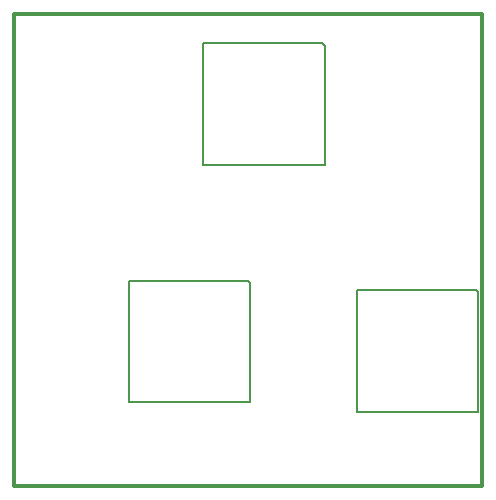
<source format=gbr>
G04 DesignSpark PCB Gerber Version 10.0 Build 5299*
G04 #@! TF.Part,Single*
G04 #@! TF.FileFunction,Legend,Bot*
G04 #@! TF.FilePolarity,Positive*
%FSLAX35Y35*%
%MOIN*%
%ADD132C,0.00500*%
%ADD11C,0.01200*%
G04 #@! TD.AperFunction*
X0Y0D02*
D02*
D11*
X19104Y15324D02*
X175324D01*
Y172805D01*
X19104D01*
Y15324D01*
D02*
D132*
X97234Y83887D02*
X57470D01*
Y43336D01*
X98021D01*
Y83100D01*
X97234Y83887D01*
X122037Y163021D02*
X82273D01*
Y122470D01*
X122824D01*
Y162234D01*
X122037Y163021D01*
X173218Y80738D02*
X133454D01*
Y40187D01*
X174006D01*
Y79950D01*
X173218Y80738D01*
X0Y0D02*
M02*

</source>
